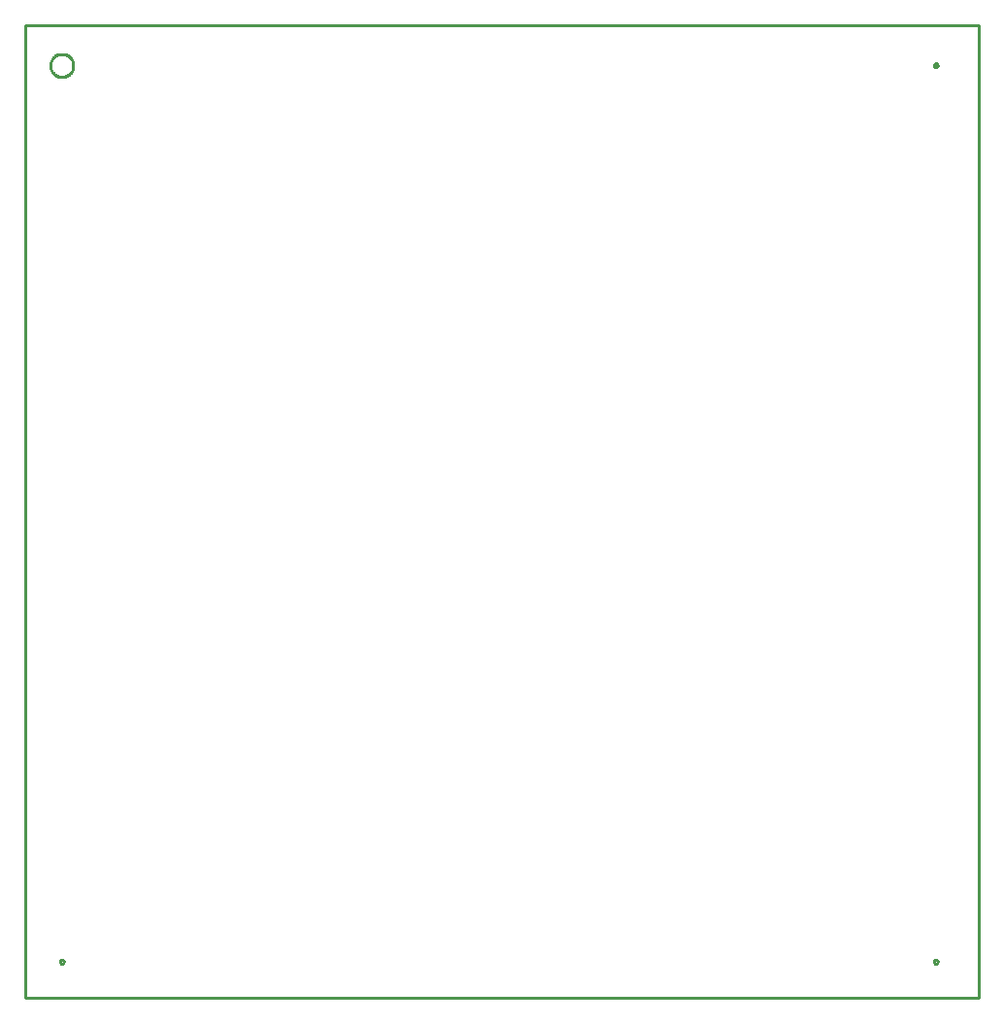
<source format=gbr>
G04 EAGLE Gerber X2 export*
%TF.Part,Single*%
%TF.FileFunction,Profile,NP*%
%TF.FilePolarity,Positive*%
%TF.GenerationSoftware,Autodesk,EAGLE,9.0.0*%
%TF.CreationDate,2018-10-21T06:38:58Z*%
G75*
%MOMM*%
%FSLAX34Y34*%
%LPD*%
%AMOC8*
5,1,8,0,0,1.08239X$1,22.5*%
G01*
%ADD10C,0.254000*%


D10*
X196850Y44450D02*
X1028500Y44450D01*
X1028500Y892050D01*
X196850Y892050D01*
X196850Y44450D01*
X238600Y856813D02*
X238524Y855944D01*
X238372Y855084D01*
X238146Y854240D01*
X237848Y853420D01*
X237479Y852628D01*
X237042Y851872D01*
X236541Y851157D01*
X235980Y850488D01*
X235362Y849870D01*
X234693Y849309D01*
X233978Y848808D01*
X233222Y848371D01*
X232430Y848002D01*
X231610Y847704D01*
X230766Y847478D01*
X229907Y847326D01*
X229037Y847250D01*
X228163Y847250D01*
X227294Y847326D01*
X226434Y847478D01*
X225590Y847704D01*
X224770Y848002D01*
X223978Y848371D01*
X223222Y848808D01*
X222507Y849309D01*
X221838Y849870D01*
X221220Y850488D01*
X220659Y851157D01*
X220158Y851872D01*
X219721Y852628D01*
X219352Y853420D01*
X219054Y854240D01*
X218828Y855084D01*
X218676Y855944D01*
X218600Y856813D01*
X218600Y857687D01*
X218676Y858557D01*
X218828Y859416D01*
X219054Y860260D01*
X219352Y861080D01*
X219721Y861872D01*
X220158Y862628D01*
X220659Y863343D01*
X221220Y864012D01*
X221838Y864630D01*
X222507Y865191D01*
X223222Y865692D01*
X223978Y866129D01*
X224770Y866498D01*
X225590Y866796D01*
X226434Y867022D01*
X227294Y867174D01*
X228163Y867250D01*
X229037Y867250D01*
X229907Y867174D01*
X230766Y867022D01*
X231610Y866796D01*
X232430Y866498D01*
X233222Y866129D01*
X233978Y865692D01*
X234693Y865191D01*
X235362Y864630D01*
X235980Y864012D01*
X236541Y863343D01*
X237042Y862628D01*
X237479Y861872D01*
X237848Y861080D01*
X238146Y860260D01*
X238372Y859416D01*
X238524Y858557D01*
X238600Y857687D01*
X238600Y856813D01*
X230350Y76028D02*
X230283Y75690D01*
X230151Y75371D01*
X229959Y75084D01*
X229716Y74841D01*
X229429Y74649D01*
X229110Y74517D01*
X228772Y74450D01*
X228428Y74450D01*
X228090Y74517D01*
X227771Y74649D01*
X227484Y74841D01*
X227241Y75084D01*
X227049Y75371D01*
X226917Y75690D01*
X226850Y76028D01*
X226850Y76372D01*
X226917Y76710D01*
X227049Y77029D01*
X227241Y77316D01*
X227484Y77559D01*
X227771Y77751D01*
X228090Y77883D01*
X228428Y77950D01*
X228772Y77950D01*
X229110Y77883D01*
X229429Y77751D01*
X229716Y77559D01*
X229959Y77316D01*
X230151Y77029D01*
X230283Y76710D01*
X230350Y76372D01*
X230350Y76028D01*
X992350Y76028D02*
X992283Y75690D01*
X992151Y75371D01*
X991959Y75084D01*
X991716Y74841D01*
X991429Y74649D01*
X991110Y74517D01*
X990772Y74450D01*
X990428Y74450D01*
X990090Y74517D01*
X989771Y74649D01*
X989484Y74841D01*
X989241Y75084D01*
X989049Y75371D01*
X988917Y75690D01*
X988850Y76028D01*
X988850Y76372D01*
X988917Y76710D01*
X989049Y77029D01*
X989241Y77316D01*
X989484Y77559D01*
X989771Y77751D01*
X990090Y77883D01*
X990428Y77950D01*
X990772Y77950D01*
X991110Y77883D01*
X991429Y77751D01*
X991716Y77559D01*
X991959Y77316D01*
X992151Y77029D01*
X992283Y76710D01*
X992350Y76372D01*
X992350Y76028D01*
X992350Y857078D02*
X992283Y856740D01*
X992151Y856421D01*
X991959Y856134D01*
X991716Y855891D01*
X991429Y855699D01*
X991110Y855567D01*
X990772Y855500D01*
X990428Y855500D01*
X990090Y855567D01*
X989771Y855699D01*
X989484Y855891D01*
X989241Y856134D01*
X989049Y856421D01*
X988917Y856740D01*
X988850Y857078D01*
X988850Y857422D01*
X988917Y857760D01*
X989049Y858079D01*
X989241Y858366D01*
X989484Y858609D01*
X989771Y858801D01*
X990090Y858933D01*
X990428Y859000D01*
X990772Y859000D01*
X991110Y858933D01*
X991429Y858801D01*
X991716Y858609D01*
X991959Y858366D01*
X992151Y858079D01*
X992283Y857760D01*
X992350Y857422D01*
X992350Y857078D01*
X238600Y856813D02*
X238524Y855944D01*
X238372Y855084D01*
X238146Y854240D01*
X237848Y853420D01*
X237479Y852628D01*
X237042Y851872D01*
X236541Y851157D01*
X235980Y850488D01*
X235362Y849870D01*
X234693Y849309D01*
X233978Y848808D01*
X233222Y848371D01*
X232430Y848002D01*
X231610Y847704D01*
X230766Y847478D01*
X229907Y847326D01*
X229037Y847250D01*
X228163Y847250D01*
X227294Y847326D01*
X226434Y847478D01*
X225590Y847704D01*
X224770Y848002D01*
X223978Y848371D01*
X223222Y848808D01*
X222507Y849309D01*
X221838Y849870D01*
X221220Y850488D01*
X220659Y851157D01*
X220158Y851872D01*
X219721Y852628D01*
X219352Y853420D01*
X219054Y854240D01*
X218828Y855084D01*
X218676Y855944D01*
X218600Y856813D01*
X218600Y857687D01*
X218676Y858557D01*
X218828Y859416D01*
X219054Y860260D01*
X219352Y861080D01*
X219721Y861872D01*
X220158Y862628D01*
X220659Y863343D01*
X221220Y864012D01*
X221838Y864630D01*
X222507Y865191D01*
X223222Y865692D01*
X223978Y866129D01*
X224770Y866498D01*
X225590Y866796D01*
X226434Y867022D01*
X227294Y867174D01*
X228163Y867250D01*
X229037Y867250D01*
X229907Y867174D01*
X230766Y867022D01*
X231610Y866796D01*
X232430Y866498D01*
X233222Y866129D01*
X233978Y865692D01*
X234693Y865191D01*
X235362Y864630D01*
X235980Y864012D01*
X236541Y863343D01*
X237042Y862628D01*
X237479Y861872D01*
X237848Y861080D01*
X238146Y860260D01*
X238372Y859416D01*
X238524Y858557D01*
X238600Y857687D01*
X238600Y856813D01*
X230350Y76028D02*
X230283Y75690D01*
X230151Y75371D01*
X229959Y75084D01*
X229716Y74841D01*
X229429Y74649D01*
X229110Y74517D01*
X228772Y74450D01*
X228428Y74450D01*
X228090Y74517D01*
X227771Y74649D01*
X227484Y74841D01*
X227241Y75084D01*
X227049Y75371D01*
X226917Y75690D01*
X226850Y76028D01*
X226850Y76372D01*
X226917Y76710D01*
X227049Y77029D01*
X227241Y77316D01*
X227484Y77559D01*
X227771Y77751D01*
X228090Y77883D01*
X228428Y77950D01*
X228772Y77950D01*
X229110Y77883D01*
X229429Y77751D01*
X229716Y77559D01*
X229959Y77316D01*
X230151Y77029D01*
X230283Y76710D01*
X230350Y76372D01*
X230350Y76028D01*
X992350Y76028D02*
X992283Y75690D01*
X992151Y75371D01*
X991959Y75084D01*
X991716Y74841D01*
X991429Y74649D01*
X991110Y74517D01*
X990772Y74450D01*
X990428Y74450D01*
X990090Y74517D01*
X989771Y74649D01*
X989484Y74841D01*
X989241Y75084D01*
X989049Y75371D01*
X988917Y75690D01*
X988850Y76028D01*
X988850Y76372D01*
X988917Y76710D01*
X989049Y77029D01*
X989241Y77316D01*
X989484Y77559D01*
X989771Y77751D01*
X990090Y77883D01*
X990428Y77950D01*
X990772Y77950D01*
X991110Y77883D01*
X991429Y77751D01*
X991716Y77559D01*
X991959Y77316D01*
X992151Y77029D01*
X992283Y76710D01*
X992350Y76372D01*
X992350Y76028D01*
X992350Y857078D02*
X992283Y856740D01*
X992151Y856421D01*
X991959Y856134D01*
X991716Y855891D01*
X991429Y855699D01*
X991110Y855567D01*
X990772Y855500D01*
X990428Y855500D01*
X990090Y855567D01*
X989771Y855699D01*
X989484Y855891D01*
X989241Y856134D01*
X989049Y856421D01*
X988917Y856740D01*
X988850Y857078D01*
X988850Y857422D01*
X988917Y857760D01*
X989049Y858079D01*
X989241Y858366D01*
X989484Y858609D01*
X989771Y858801D01*
X990090Y858933D01*
X990428Y859000D01*
X990772Y859000D01*
X991110Y858933D01*
X991429Y858801D01*
X991716Y858609D01*
X991959Y858366D01*
X992151Y858079D01*
X992283Y857760D01*
X992350Y857422D01*
X992350Y857078D01*
M02*

</source>
